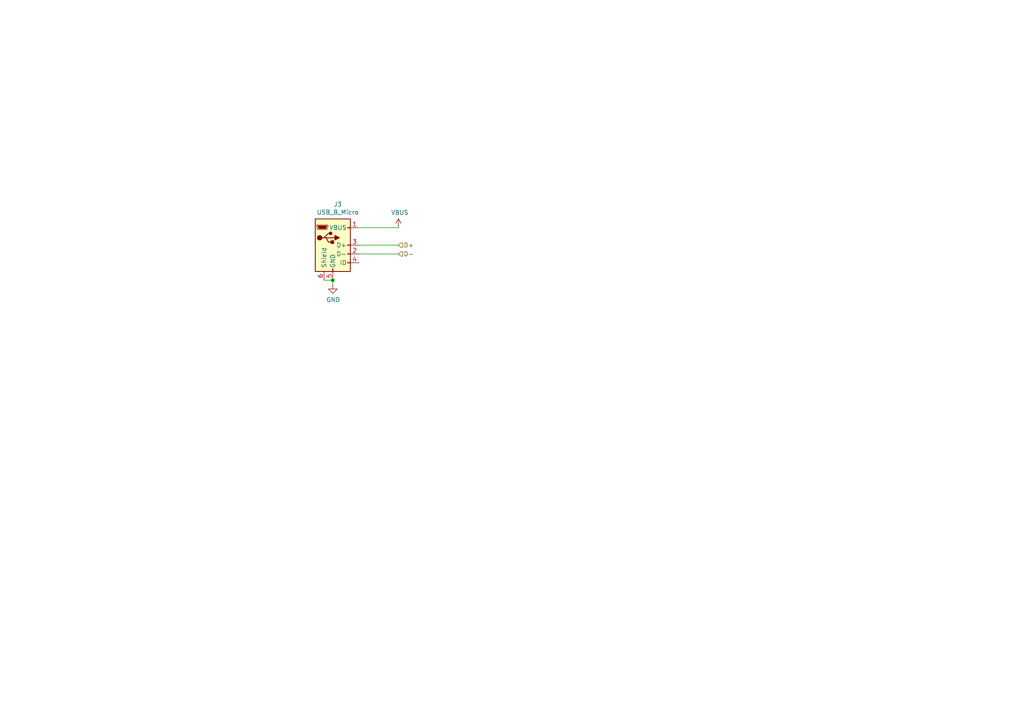
<source format=kicad_sch>
(kicad_sch (version 20211123) (generator eeschema)
  (paper "A4")
  (lib_symbols
    (symbol "Connector:USB_B_Micro" (pin_names (offset 1.016))
      (property "Reference" "J" (at -5.08 11.43 0))
      (property "Value" "USB_B_Micro" (at -5.08 8.89 0))
      (symbol "USB_B_Micro_0_1"
        (rectangle (start -5.08 -7.62) (end 5.08 7.62) (stroke (width 0.254)) (fill (type background)))
        (circle (center -3.81 2.159) (radius 0.635) (stroke (width 0.254)) (fill (type outline)))
        (circle (center -0.635 3.429) (radius 0.381) (stroke (width 0.254)) (fill (type outline)))
        (rectangle (start -0.127 -7.62) (end 0.127 -6.858))
        (polyline (pts (xy -1.905 2.159) (xy 0.635 2.159)) (stroke (width 0.254)))
        (polyline (pts (xy -3.175 2.159) (xy -2.54 2.159) (xy -1.27 3.429) (xy -0.635 3.429)) (stroke (width 0.254)))
        (polyline (pts (xy -2.54 2.159) (xy -1.905 2.159) (xy -1.27 0.889) (xy 0 0.889)) (stroke (width 0.254)))
        (polyline (pts (xy 0.635 2.794) (xy 0.635 1.524) (xy 1.905 2.159) (xy 0.635 2.794)) (stroke (width 0.254)) (fill (type outline)))
        (polyline (pts (xy -4.318 5.588) (xy -1.778 5.588) (xy -2.032 4.826) (xy -4.064 4.826) (xy -4.318 5.588)) (fill (type outline)))
        (polyline (pts (xy -4.699 5.842) (xy -4.699 5.588) (xy -4.445 4.826) (xy -4.445 4.572) (xy -1.651 4.572) (xy -1.651 4.826) (xy -1.397 5.588) (xy -1.397 5.842) (xy -4.699 5.842)))
        (rectangle (start 0.254 1.27) (end -0.508 0.508) (stroke (width 0.254)) (fill (type outline)))
        (rectangle (start 5.08 -5.207) (end 4.318 -4.953))
        (rectangle (start 5.08 -2.667) (end 4.318 -2.413))
        (rectangle (start 5.08 -0.127) (end 4.318 0.127))
        (rectangle (start 5.08 4.953) (end 4.318 5.207))
      )
      (symbol "USB_B_Micro_1_1"
        (pin power_out line (at 7.62 5.08 180) (length 2.54) (name "VBUS") (number "1"))
        (pin bidirectional line (at 7.62 -2.54 180) (length 2.54) (name "D-") (number "2"))
        (pin bidirectional line (at 7.62 0 180) (length 2.54) (name "D+") (number "3"))
        (pin passive line (at 7.62 -5.08 180) (length 2.54) (name "ID") (number "4"))
        (pin power_out line (at 0 -10.16 90) (length 2.54) (name "GND") (number "5"))
        (pin passive line (at -2.54 -10.16 90) (length 2.54) (name "Shield") (number "6"))
      )
    )
    (symbol "power:GND" (power) (pin_names (offset 0))
      (property "Value" "GND" (at 0 -3.81 0))
      (symbol "GND_0_1"
        (polyline (pts (xy 0 0) (xy 0 -1.27) (xy 1.27 -1.27) (xy 0 -2.54) (xy -1.27 -1.27) (xy 0 -1.27)))
      )
      (symbol "GND_1_1"
        (pin power_in line (at 0 0 270) (length 0) hide (name "GND") (number "1"))
      )
    )
    (symbol "power:VBUS" (power) (pin_names (offset 0))
      (property "Value" "VBUS" (at 0 3.81 0))
      (symbol "VBUS_0_1"
        (polyline (pts (xy -0.762 1.27) (xy 0 2.54)))
        (polyline (pts (xy 0 0) (xy 0 2.54)))
        (polyline (pts (xy 0 2.54) (xy 0.762 1.27)))
      )
      (symbol "VBUS_1_1"
        (pin power_in line (at 0 0 90) (length 0) hide (name "VBUS") (number "1"))
      )
    )
  )
  (junction (at 96.52 81.28))
  (wire (pts (xy 104.14 66.04) (xy 115.57 66.04)))
  (wire (pts (xy 93.98 81.28) (xy 96.52 81.28)))
  (wire (pts (xy 104.14 71.12) (xy 115.57 71.12)))
  (wire (pts (xy 96.52 81.28) (xy 96.52 82.55)))
  (wire (pts (xy 104.14 73.66) (xy 115.57 73.66)))
  (hierarchical_label "D-" (shape input) (at 115.57 73.66 0))
  (hierarchical_label "D+" (shape input) (at 115.57 71.12 0))
  (symbol (lib_id "Connector:USB_B_Micro") (at 96.52 71.12 0) (unit 1)
    (property "Reference" "J3" (at 97.9678 59.2582 0))
    (property "Value" "USB_B_Micro" (at 97.9678 61.5696 0))
    (property "Footprint" "Connector_USB:USB_Micro-B_GCT_USB3076-30-A" (effects hide))
  )
  (symbol (lib_id "power:GND") (at 96.52 82.55 0) (unit 1)
    (property "Reference" "#PWR0119" (effects hide))
    (property "Value" "GND" (at 96.647 86.9442 0))
  )
  (symbol (lib_id "power:VBUS") (at 115.57 66.04 0) (unit 1)
    (property "Reference" "#PWR0120" (effects hide))
    (property "Value" "VBUS" (at 115.951 61.6458 0))
  )
)
</source>
